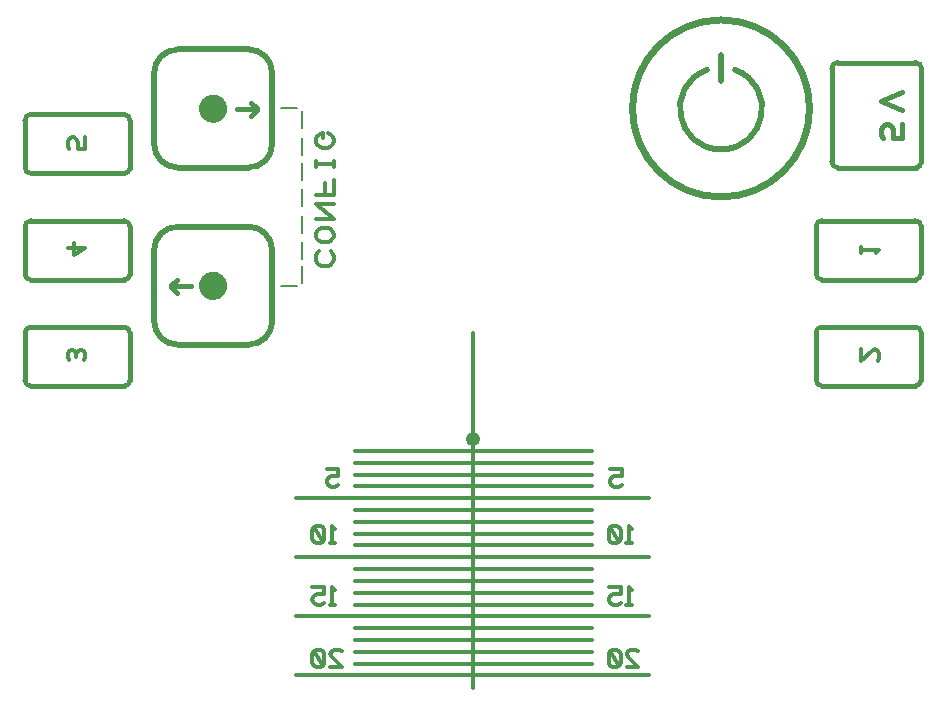
<source format=gbo>
G04 DesignSpark PCB Gerber Version 10.0 Build 5299*
G04 #@! TF.Part,Single*
G04 #@! TF.FileFunction,Legend,Bot*
G04 #@! TF.FilePolarity,Positive*
%FSLAX35Y35*%
%MOMM*%
%ADD10C,0.20000*%
%ADD11C,0.30000*%
%ADD71C,0.40000*%
%ADD24C,0.50000*%
G04 #@! TA.AperFunction,ViaPad*
%ADD13C,0.60000*%
G04 #@! TD.AperFunction*
X0Y0D02*
D02*
D10*
X3716000Y4375020D02*
X3856000D01*
X3716000Y5875020D02*
X3856000D01*
X3896000Y4400720D02*
Y4540720D01*
Y4600720D02*
Y4740720D01*
Y4820720D02*
Y4960720D01*
Y5050720D02*
Y5190720D01*
Y5270720D02*
Y5410720D01*
Y5480720D02*
Y5620720D01*
Y5710720D02*
Y5850720D01*
D02*
D11*
X1923180Y3744500D02*
X1910680Y3769500D01*
Y3794500D01*
X1923180Y3819500D01*
X1948180Y3832000D01*
X1973180Y3819500D01*
X1985680Y3794500D01*
Y3769500D01*
Y3794500D02*
X1998180Y3819500D01*
X2023180Y3832000D01*
X2048180Y3819500D01*
X2060680Y3794500D01*
Y3769500D01*
X2048180Y3744500D01*
X1910680Y4694500D02*
X2060680D01*
X1960680Y4632000D01*
Y4732000D01*
X1923180Y5532000D02*
X1910680Y5557000D01*
Y5594500D01*
X1923180Y5619500D01*
X1948180Y5632000D01*
X1960680D01*
X1985680Y5619500D01*
X1998180Y5594500D01*
Y5532000D01*
X2060680D01*
Y5632000D01*
X3843180Y1075000D02*
X6833180D01*
X3843180Y1575000D02*
X6833180D01*
X3843180Y2075000D02*
X6833180D01*
X3843180Y2575000D02*
X6833180D01*
X4038500Y4665720D02*
X4026000Y4653220D01*
X4013500Y4628220D01*
Y4590720D01*
X4026000Y4565720D01*
X4038500Y4553220D01*
X4063500Y4540720D01*
X4113500D01*
X4138500Y4553220D01*
X4151000Y4565720D01*
X4163500Y4590720D01*
Y4628220D01*
X4151000Y4653220D01*
X4138500Y4665720D01*
X4063500Y4740720D02*
X4113500D01*
X4138500Y4753220D01*
X4151000Y4765720D01*
X4163500Y4790720D01*
Y4815720D01*
X4151000Y4840720D01*
X4138500Y4853220D01*
X4113500Y4865720D01*
X4063500D01*
X4038500Y4853220D01*
X4026000Y4840720D01*
X4013500Y4815720D01*
Y4790720D01*
X4026000Y4765720D01*
X4038500Y4753220D01*
X4063500Y4740720D01*
X4013500Y4940720D02*
X4163500D01*
X4013500Y5065720D01*
X4163500D01*
X4013500Y5140720D02*
X4163500D01*
Y5265720D01*
X4088500Y5240720D02*
Y5140720D01*
X4013500Y5378220D02*
Y5428220D01*
Y5403220D02*
X4163500D01*
Y5378220D02*
Y5428220D01*
X4076000Y5628220D02*
Y5665720D01*
X4063500D01*
X4038500Y5653220D01*
X4026000Y5640720D01*
X4013500Y5615720D01*
Y5590720D01*
X4026000Y5565720D01*
X4038500Y5553220D01*
X4063500Y5540720D01*
X4113500D01*
X4138500Y5553220D01*
X4151000Y5565720D01*
X4163500Y5590720D01*
Y5615720D01*
X4151000Y5640720D01*
X4138500Y5653220D01*
X4113500Y5665720D01*
X4070680Y1155000D02*
X4045680Y1142500D01*
X4020680D01*
X3995680Y1155000D01*
X3983180Y1180000D01*
Y1255000D01*
X3995680Y1280000D01*
X4020680Y1292500D01*
X4045680D01*
X4070680Y1280000D01*
X4083180Y1255000D01*
Y1180000D01*
X4070680Y1155000D01*
X3995680Y1280000D01*
X4083180Y1685000D02*
X4058180Y1672500D01*
X4020680D01*
X3995680Y1685000D01*
X3983180Y1710000D01*
Y1722500D01*
X3995680Y1747500D01*
X4020680Y1760000D01*
X4083180D01*
Y1822500D01*
X3983180D01*
X4070680Y2205000D02*
X4045680Y2192500D01*
X4020680D01*
X3995680Y2205000D01*
X3983180Y2230000D01*
Y2305000D01*
X3995680Y2330000D01*
X4020680Y2342500D01*
X4045680D01*
X4070680Y2330000D01*
X4083180Y2305000D01*
Y2230000D01*
X4070680Y2205000D01*
X3995680Y2330000D01*
X4178180Y1672500D02*
X4128180D01*
X4153180D02*
Y1822500D01*
X4178180Y1797500D01*
Y2192500D02*
X4128180D01*
X4153180D02*
Y2342500D01*
X4178180Y2317500D01*
X4203180Y2685000D02*
X4178180Y2672500D01*
X4140680D01*
X4115680Y2685000D01*
X4103180Y2710000D01*
Y2722500D01*
X4115680Y2747500D01*
X4140680Y2760000D01*
X4203180D01*
Y2822500D01*
X4103180D01*
X4133180Y1142500D02*
X4233180D01*
X4145680Y1230000D01*
X4133180Y1255000D01*
X4145680Y1280000D01*
X4170680Y1292500D01*
X4208180D01*
X4233180Y1280000D01*
X4343180Y1175000D02*
X6353180D01*
X4343180Y1275000D02*
X6353180D01*
X4343180Y1375000D02*
X6353180D01*
X4343180Y1475000D02*
X6353180D01*
X4343180Y1675000D02*
X6353180D01*
X4343180Y1775000D02*
X6353180D01*
X4343180Y1875000D02*
X6353180D01*
X4343180Y1975000D02*
X6353180D01*
X4343180Y2175000D02*
X6353180D01*
X4343180Y2275000D02*
X6353180D01*
X4343180Y2375000D02*
X6353180D01*
X4343180Y2475000D02*
X6353180D01*
X4343180Y2675000D02*
X6353180D01*
X4343180Y2775000D02*
X6353180D01*
X4343180Y2875000D02*
X6353180D01*
X4343180Y2975000D02*
X6353180D01*
X5343180Y965000D02*
Y3975000D01*
X6580680Y1155000D02*
X6555680Y1142500D01*
X6530680D01*
X6505680Y1155000D01*
X6493180Y1180000D01*
Y1255000D01*
X6505680Y1280000D01*
X6530680Y1292500D01*
X6555680D01*
X6580680Y1280000D01*
X6593180Y1255000D01*
Y1180000D01*
X6580680Y1155000D01*
X6505680Y1280000D01*
X6593180Y1685000D02*
X6568180Y1672500D01*
X6530680D01*
X6505680Y1685000D01*
X6493180Y1710000D01*
Y1722500D01*
X6505680Y1747500D01*
X6530680Y1760000D01*
X6593180D01*
Y1822500D01*
X6493180D01*
X6580680Y2205000D02*
X6555680Y2192500D01*
X6530680D01*
X6505680Y2205000D01*
X6493180Y2230000D01*
Y2305000D01*
X6505680Y2330000D01*
X6530680Y2342500D01*
X6555680D01*
X6580680Y2330000D01*
X6593180Y2305000D01*
Y2230000D01*
X6580680Y2205000D01*
X6505680Y2330000D01*
X6603180Y2685000D02*
X6578180Y2672500D01*
X6540680D01*
X6515680Y2685000D01*
X6503180Y2710000D01*
Y2722500D01*
X6515680Y2747500D01*
X6540680Y2760000D01*
X6603180D01*
Y2822500D01*
X6503180D01*
X6688180Y1672500D02*
X6638180D01*
X6663180D02*
Y1822500D01*
X6688180Y1797500D01*
Y2192500D02*
X6638180D01*
X6663180D02*
Y2342500D01*
X6688180Y2317500D01*
X6643180Y1142500D02*
X6743180D01*
X6655680Y1230000D01*
X6643180Y1255000D01*
X6655680Y1280000D01*
X6680680Y1292500D01*
X6718180D01*
X6743180Y1280000D01*
X8630680Y3835000D02*
Y3735000D01*
X8718180Y3822500D01*
X8743180Y3835000D01*
X8768180Y3822500D01*
X8780680Y3797500D01*
Y3760000D01*
X8768180Y3735000D01*
X8630680Y4650000D02*
Y4700000D01*
Y4675000D02*
X8780680D01*
X8755680Y4650000D01*
D02*
D13*
X7442920Y6625000D02*
G75*
G03*
Y5125000I0J-750000D01*
G01*
G75*
G03*
Y6625000I0J750000D01*
G01*
D02*
D71*
X2439180Y3572000D02*
Y3972000D01*
G75*
G03*
X2389180Y4025000I-51500J1500D01*
G01*
X1599180D01*
G75*
G03*
X1549180Y3972000I1500J-51500D01*
G01*
Y3572000D01*
G75*
G03*
X1599180Y3525000I48500J1500D01*
G01*
X2389180D01*
G75*
G03*
X2439180Y3572000I1500J48500D01*
G01*
Y4472000D02*
Y4872000D01*
G75*
G03*
X2389180Y4925000I-51500J1500D01*
G01*
X1599180D01*
G75*
G03*
X1549180Y4872000I1500J-51500D01*
G01*
Y4472000D01*
G75*
G03*
X1599180Y4425000I48500J1500D01*
G01*
X2389180D01*
G75*
G03*
X2439180Y4472000I1500J48500D01*
G01*
Y5372000D02*
Y5772000D01*
G75*
G03*
X2389180Y5825000I-51500J1500D01*
G01*
X1599180D01*
G75*
G03*
X1549180Y5772000I1500J-51500D01*
G01*
Y5372000D01*
G75*
G03*
X1599180Y5325000I48500J1500D01*
G01*
X2389180D01*
G75*
G03*
X2439180Y5372000I1500J48500D01*
G01*
X2836000Y4426420D02*
X2786000Y4376420D01*
Y4366420D01*
X2836000Y4316420D01*
X2956000Y4370720D02*
X2796000D01*
X3217300Y4307670D02*
G75*
G03*
X3067300Y4437670I-75000J65000D01*
G01*
G75*
G03*
X3217300Y4307670I75000J-65000D01*
G01*
G36*
X3217300Y4307670D02*
G75*
G03*
X3067300Y4437670I-75000J65000D01*
G01*
G75*
G03*
X3217300Y4307670I75000J-65000D01*
G01*
G37*
Y5807670D02*
G75*
G03*
X3067300Y5937670I-75000J65000D01*
G01*
G75*
G03*
X3217300Y5807670I75000J-65000D01*
G01*
G36*
X3217300Y5807670D02*
G75*
G03*
X3067300Y5937670I-75000J65000D01*
G01*
G75*
G03*
X3217300Y5807670I75000J-65000D01*
G01*
G37*
X3346000Y5870720D02*
X3506000D01*
X3466000Y5815020D02*
X3516000Y5865020D01*
Y5875020D01*
X3466000Y5925020D01*
X5343180Y3114820D02*
G75*
G03*
Y3034820I0J-40000D01*
G01*
G75*
G03*
Y3114820I0J40000D01*
G01*
G36*
X5343180Y3114820D02*
G75*
G03*
Y3034820I0J-40000D01*
G01*
G75*
G03*
Y3114820I0J40000D01*
G01*
G37*
X8247180Y3978000D02*
Y3578000D01*
G75*
G03*
X8297180Y3525000I51500J-1500D01*
G01*
X9087180D01*
G75*
G03*
X9137180Y3578000I-1500J51500D01*
G01*
Y3978000D01*
G75*
G03*
X9087180Y4025000I-48500J-1500D01*
G01*
X8297180D01*
G75*
G03*
X8247180Y3978000I-1500J-48500D01*
G01*
Y4878000D02*
Y4478000D01*
G75*
G03*
X8297180Y4425000I51500J-1500D01*
G01*
X9087180D01*
G75*
G03*
X9137180Y4478000I-1500J51500D01*
G01*
Y4878000D01*
G75*
G03*
X9087180Y4925000I-48500J-1500D01*
G01*
X8297180D01*
G75*
G03*
X8247180Y4878000I-1500J-48500D01*
G01*
X8430180Y5374000D02*
X9090180D01*
G75*
G03*
X9140180Y5424000I0J50000D01*
G01*
Y6214000D01*
G75*
G03*
X9090180Y6264000I-50000J0D01*
G01*
X8430180D01*
G75*
G03*
X8380180Y6214000I0J-50000D01*
G01*
Y5424000D01*
G75*
G03*
X8430180Y5374000I50000J0D01*
G01*
X8810180Y5624000D02*
X8795180Y5654000D01*
Y5699000D01*
X8810180Y5729000D01*
X8840180Y5744000D01*
X8855180D01*
X8885180Y5729000D01*
X8900180Y5699000D01*
Y5624000D01*
X8975180D01*
Y5744000D01*
Y5864000D02*
X8795180Y5939000D01*
X8975180Y6014000D01*
D02*
D24*
X3643000Y4074720D02*
Y4674720D01*
G75*
G03*
X3443000Y4874720I-200000J0D01*
G01*
X2843000D01*
G75*
G03*
X2643000Y4674720I0J-200000D01*
G01*
Y4074720D01*
G75*
G03*
X2843000Y3874720I200000J0D01*
G01*
X3443000D01*
G75*
G03*
X3643000Y4074720I0J200000D01*
G01*
Y5574720D02*
Y6174720D01*
G75*
G03*
X3443000Y6374720I-200000J0D01*
G01*
X2843000D01*
G75*
G03*
X2643000Y6174720I0J-200000D01*
G01*
Y5574720D01*
G75*
G03*
X2843000Y5374720I200000J0D01*
G01*
X3443000D01*
G75*
G03*
X3643000Y5574720I0J200000D01*
G01*
X7324180Y6202000D02*
G75*
G03*
X7561660I118740J-326240D01*
G01*
X7442920Y6331000D02*
Y6111000D01*
X0Y0D02*
M02*

</source>
